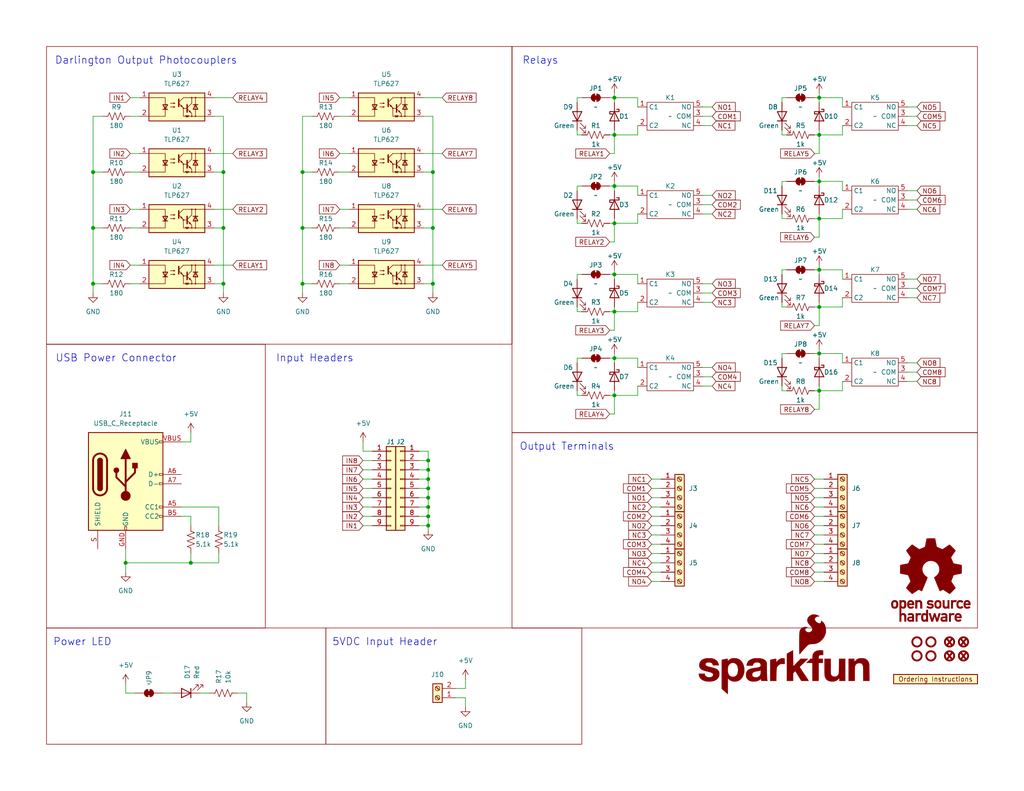
<source format=kicad_sch>
(kicad_sch (version 20230121) (generator eeschema)
  (paper "USLetter")
  (title_block (title "8 Relay Control Board") (date "2023-07-28") (rev "x10") (comment 1 "Designed by: Nick P"))
  (junction (at 167.64 50.8))
  (junction (at 116.84 143.51))
  (junction (at 167.64 97.79))
  (junction (at 118.11 77.47))
  (junction (at 116.84 125.73))
  (junction (at 223.52 36.83))
  (junction (at 116.84 128.27))
  (junction (at 223.52 106.68))
  (junction (at 116.84 140.97))
  (junction (at 82.55 77.47))
  (junction (at 34.29 153.67))
  (junction (at 223.52 26.67))
  (junction (at 167.64 107.95))
  (junction (at 223.52 83.82))
  (junction (at 167.64 26.67))
  (junction (at 167.64 85.09))
  (junction (at 116.84 133.35))
  (junction (at 118.11 46.99))
  (junction (at 82.55 46.99))
  (junction (at 116.84 138.43))
  (junction (at 25.4 46.99))
  (junction (at 118.11 62.23))
  (junction (at 25.4 62.23))
  (junction (at 60.96 77.47))
  (junction (at 223.52 49.53))
  (junction (at 60.96 62.23))
  (junction (at 223.52 96.52))
  (junction (at 116.84 130.81))
  (junction (at 116.84 135.89))
  (junction (at 25.4 77.47))
  (junction (at 167.64 74.93))
  (junction (at 82.55 62.23))
  (junction (at 167.64 60.96))
  (junction (at 52.07 153.67))
  (junction (at 223.52 73.66))
  (junction (at 223.52 59.69))
  (junction (at 60.96 46.99))
  (junction (at 167.64 36.83))
  (wire (pts (xy 229.87 34.29) (xy 229.87 36.83)))
  (wire (pts (xy 60.96 46.99) (xy 60.96 62.23)))
  (wire (pts (xy 223.52 36.83) (xy 223.52 41.91)))
  (wire (pts (xy 82.55 62.23) (xy 82.55 77.47)))
  (wire (pts (xy 118.11 62.23) (xy 118.11 77.47)))
  (wire (pts (xy 177.8 135.89) (xy 180.34 135.89)))
  (wire (pts (xy 92.71 57.15) (xy 95.25 57.15)))
  (wire (pts (xy 157.48 59.69) (xy 157.48 60.96)))
  (wire (pts (xy 167.64 26.67) (xy 173.99 26.67)))
  (wire (pts (xy 177.8 146.05) (xy 180.34 146.05)))
  (wire (pts (xy 173.99 82.55) (xy 173.99 85.09)))
  (wire (pts (xy 247.65 34.29) (xy 250.19 34.29)))
  (wire (pts (xy 115.57 31.75) (xy 118.11 31.75)))
  (wire (pts (xy 35.56 57.15) (xy 38.1 57.15)))
  (wire (pts (xy 223.52 36.83) (xy 229.87 36.83)))
  (wire (pts (xy 49.53 120.65) (xy 52.07 120.65)))
  (wire (pts (xy 64.77 189.23) (xy 67.31 189.23)))
  (wire (pts (xy 99.06 130.81) (xy 101.6 130.81)))
  (wire (pts (xy 167.64 36.83) (xy 173.99 36.83)))
  (wire (pts (xy 92.71 62.23) (xy 95.25 62.23)))
  (wire (pts (xy 167.64 85.09) (xy 173.99 85.09)))
  (wire (pts (xy 223.52 106.68) (xy 229.87 106.68)))
  (wire (pts (xy 222.25 135.89) (xy 224.79 135.89)))
  (wire (pts (xy 222.25 140.97) (xy 224.79 140.97)))
  (wire (pts (xy 124.46 187.96) (xy 127 187.96)))
  (wire (pts (xy 35.56 62.23) (xy 38.1 62.23)))
  (wire (pts (xy 118.11 31.75) (xy 118.11 46.99)))
  (wire (pts (xy 114.3 143.51) (xy 116.84 143.51)))
  (wire (pts (xy 167.64 107.95) (xy 167.64 113.03)))
  (wire (pts (xy 213.36 82.55) (xy 213.36 83.82)))
  (wire (pts (xy 166.37 97.79) (xy 167.64 97.79)))
  (wire (pts (xy 60.96 77.47) (xy 60.96 80.01)))
  (wire (pts (xy 223.52 96.52) (xy 223.52 97.79)))
  (wire (pts (xy 223.52 95.25) (xy 223.52 96.52)))
  (wire (pts (xy 115.57 41.91) (xy 120.65 41.91)))
  (wire (pts (xy 229.87 57.15) (xy 229.87 59.69)))
  (wire (pts (xy 166.37 36.83) (xy 167.64 36.83)))
  (wire (pts (xy 25.4 77.47) (xy 25.4 80.01)))
  (wire (pts (xy 99.06 143.51) (xy 101.6 143.51)))
  (wire (pts (xy 166.37 85.09) (xy 167.64 85.09)))
  (wire (pts (xy 247.65 99.06) (xy 250.19 99.06)))
  (wire (pts (xy 167.64 26.67) (xy 167.64 27.94)))
  (wire (pts (xy 49.53 138.43) (xy 59.69 138.43)))
  (wire (pts (xy 157.48 97.79) (xy 158.75 97.79)))
  (wire (pts (xy 167.64 36.83) (xy 167.64 41.91)))
  (wire (pts (xy 157.48 74.93) (xy 158.75 74.93)))
  (wire (pts (xy 247.65 101.6) (xy 250.19 101.6)))
  (wire (pts (xy 166.37 107.95) (xy 167.64 107.95)))
  (wire (pts (xy 177.8 158.75) (xy 180.34 158.75)))
  (wire (pts (xy 27.94 46.99) (xy 25.4 46.99)))
  (wire (pts (xy 167.64 50.8) (xy 173.99 50.8)))
  (wire (pts (xy 114.3 123.19) (xy 116.84 123.19)))
  (wire (pts (xy 213.36 50.8) (xy 213.36 49.53)))
  (wire (pts (xy 213.36 35.56) (xy 213.36 36.83)))
  (wire (pts (xy 247.65 52.07) (xy 250.19 52.07)))
  (wire (pts (xy 191.77 102.87) (xy 194.31 102.87)))
  (wire (pts (xy 213.36 83.82) (xy 214.63 83.82)))
  (wire (pts (xy 222.25 26.67) (xy 223.52 26.67)))
  (wire (pts (xy 222.25 158.75) (xy 224.79 158.75)))
  (wire (pts (xy 222.25 36.83) (xy 223.52 36.83)))
  (wire (pts (xy 25.4 62.23) (xy 25.4 77.47)))
  (wire (pts (xy 223.52 73.66) (xy 223.52 74.93)))
  (wire (pts (xy 114.3 140.97) (xy 116.84 140.97)))
  (wire (pts (xy 223.52 49.53) (xy 229.87 49.53)))
  (wire (pts (xy 118.11 77.47) (xy 118.11 80.01)))
  (wire (pts (xy 34.29 189.23) (xy 36.83 189.23)))
  (wire (pts (xy 157.48 50.8) (xy 158.75 50.8)))
  (wire (pts (xy 92.71 31.75) (xy 95.25 31.75)))
  (wire (pts (xy 127 190.5) (xy 127 193.04)))
  (wire (pts (xy 58.42 57.15) (xy 63.5 57.15)))
  (wire (pts (xy 166.37 60.96) (xy 167.64 60.96)))
  (wire (pts (xy 213.36 36.83) (xy 214.63 36.83)))
  (wire (pts (xy 27.94 77.47) (xy 25.4 77.47)))
  (wire (pts (xy 177.8 138.43) (xy 180.34 138.43)))
  (wire (pts (xy 58.42 46.99) (xy 60.96 46.99)))
  (wire (pts (xy 173.99 97.79) (xy 173.99 100.33)))
  (wire (pts (xy 58.42 72.39) (xy 63.5 72.39)))
  (wire (pts (xy 60.96 31.75) (xy 60.96 46.99)))
  (wire (pts (xy 157.48 26.67) (xy 158.75 26.67)))
  (wire (pts (xy 99.06 138.43) (xy 101.6 138.43)))
  (wire (pts (xy 167.64 74.93) (xy 173.99 74.93)))
  (wire (pts (xy 213.36 26.67) (xy 214.63 26.67)))
  (wire (pts (xy 173.99 74.93) (xy 173.99 77.47)))
  (wire (pts (xy 92.71 41.91) (xy 95.25 41.91)))
  (wire (pts (xy 58.42 41.91) (xy 63.5 41.91)))
  (wire (pts (xy 167.64 97.79) (xy 173.99 97.79)))
  (wire (pts (xy 167.64 96.52) (xy 167.64 97.79)))
  (wire (pts (xy 58.42 31.75) (xy 60.96 31.75)))
  (wire (pts (xy 177.8 148.59) (xy 180.34 148.59)))
  (wire (pts (xy 223.52 25.4) (xy 223.52 26.67)))
  (wire (pts (xy 223.52 48.26) (xy 223.52 49.53)))
  (wire (pts (xy 173.99 50.8) (xy 173.99 53.34)))
  (wire (pts (xy 99.06 133.35) (xy 101.6 133.35)))
  (wire (pts (xy 167.64 73.66) (xy 167.64 74.93)))
  (wire (pts (xy 114.3 128.27) (xy 116.84 128.27)))
  (wire (pts (xy 222.25 138.43) (xy 224.79 138.43)))
  (wire (pts (xy 82.55 46.99) (xy 82.55 62.23)))
  (wire (pts (xy 25.4 31.75) (xy 25.4 46.99)))
  (wire (pts (xy 223.52 82.55) (xy 223.52 83.82)))
  (wire (pts (xy 223.52 58.42) (xy 223.52 59.69)))
  (wire (pts (xy 157.48 27.94) (xy 157.48 26.67)))
  (wire (pts (xy 157.48 99.06) (xy 157.48 97.79)))
  (wire (pts (xy 247.65 104.14) (xy 250.19 104.14)))
  (wire (pts (xy 116.84 138.43) (xy 116.84 140.97)))
  (wire (pts (xy 85.09 62.23) (xy 82.55 62.23)))
  (wire (pts (xy 85.09 46.99) (xy 82.55 46.99)))
  (wire (pts (xy 223.52 73.66) (xy 229.87 73.66)))
  (wire (pts (xy 115.57 46.99) (xy 118.11 46.99)))
  (wire (pts (xy 82.55 77.47) (xy 82.55 80.01)))
  (wire (pts (xy 222.25 133.35) (xy 224.79 133.35)))
  (wire (pts (xy 34.29 153.67) (xy 52.07 153.67)))
  (wire (pts (xy 115.57 62.23) (xy 118.11 62.23)))
  (wire (pts (xy 191.77 100.33) (xy 194.31 100.33)))
  (wire (pts (xy 35.56 26.67) (xy 38.1 26.67)))
  (wire (pts (xy 92.71 46.99) (xy 95.25 46.99)))
  (wire (pts (xy 222.25 143.51) (xy 224.79 143.51)))
  (wire (pts (xy 223.52 59.69) (xy 229.87 59.69)))
  (wire (pts (xy 173.99 58.42) (xy 173.99 60.96)))
  (wire (pts (xy 58.42 77.47) (xy 60.96 77.47)))
  (wire (pts (xy 222.25 130.81) (xy 224.79 130.81)))
  (wire (pts (xy 52.07 153.67) (xy 52.07 151.13)))
  (wire (pts (xy 167.64 97.79) (xy 167.64 99.06)))
  (wire (pts (xy 34.29 149.86) (xy 34.29 153.67)))
  (wire (pts (xy 54.61 189.23) (xy 57.15 189.23)))
  (wire (pts (xy 157.48 85.09) (xy 158.75 85.09)))
  (wire (pts (xy 92.71 72.39) (xy 95.25 72.39)))
  (wire (pts (xy 157.48 35.56) (xy 157.48 36.83)))
  (wire (pts (xy 213.36 74.93) (xy 213.36 73.66)))
  (wire (pts (xy 223.52 26.67) (xy 229.87 26.67)))
  (wire (pts (xy 59.69 151.13) (xy 59.69 153.67)))
  (wire (pts (xy 52.07 140.97) (xy 52.07 143.51)))
  (wire (pts (xy 229.87 96.52) (xy 229.87 99.06)))
  (wire (pts (xy 213.36 59.69) (xy 214.63 59.69)))
  (wire (pts (xy 114.3 133.35) (xy 116.84 133.35)))
  (wire (pts (xy 166.37 41.91) (xy 167.64 41.91)))
  (wire (pts (xy 35.56 41.91) (xy 38.1 41.91)))
  (wire (pts (xy 222.25 59.69) (xy 223.52 59.69)))
  (wire (pts (xy 167.64 25.4) (xy 167.64 26.67)))
  (wire (pts (xy 167.64 50.8) (xy 167.64 52.07)))
  (wire (pts (xy 223.52 49.53) (xy 223.52 50.8)))
  (wire (pts (xy 157.48 107.95) (xy 158.75 107.95)))
  (wire (pts (xy 177.8 130.81) (xy 180.34 130.81)))
  (wire (pts (xy 49.53 140.97) (xy 52.07 140.97)))
  (wire (pts (xy 60.96 62.23) (xy 60.96 77.47)))
  (wire (pts (xy 229.87 49.53) (xy 229.87 52.07)))
  (wire (pts (xy 223.52 59.69) (xy 223.52 64.77)))
  (wire (pts (xy 173.99 105.41) (xy 173.99 107.95)))
  (wire (pts (xy 99.06 123.19) (xy 101.6 123.19)))
  (wire (pts (xy 222.25 64.77) (xy 223.52 64.77)))
  (wire (pts (xy 157.48 60.96) (xy 158.75 60.96)))
  (wire (pts (xy 67.31 189.23) (xy 67.31 191.77)))
  (wire (pts (xy 27.94 31.75) (xy 25.4 31.75)))
  (wire (pts (xy 58.42 26.67) (xy 63.5 26.67)))
  (wire (pts (xy 213.36 97.79) (xy 213.36 96.52)))
  (wire (pts (xy 114.3 130.81) (xy 116.84 130.81)))
  (wire (pts (xy 213.36 58.42) (xy 213.36 59.69)))
  (wire (pts (xy 222.25 83.82) (xy 223.52 83.82)))
  (wire (pts (xy 167.64 60.96) (xy 167.64 66.04)))
  (wire (pts (xy 35.56 31.75) (xy 38.1 31.75)))
  (wire (pts (xy 213.36 105.41) (xy 213.36 106.68)))
  (wire (pts (xy 166.37 50.8) (xy 167.64 50.8)))
  (wire (pts (xy 229.87 81.28) (xy 229.87 83.82)))
  (wire (pts (xy 116.84 128.27) (xy 116.84 130.81)))
  (wire (pts (xy 191.77 31.75) (xy 194.31 31.75)))
  (wire (pts (xy 247.65 29.21) (xy 250.19 29.21)))
  (wire (pts (xy 223.52 35.56) (xy 223.52 36.83)))
  (wire (pts (xy 213.36 106.68) (xy 214.63 106.68)))
  (wire (pts (xy 115.57 72.39) (xy 120.65 72.39)))
  (wire (pts (xy 52.07 153.67) (xy 59.69 153.67)))
  (wire (pts (xy 116.84 135.89) (xy 116.84 138.43)))
  (wire (pts (xy 92.71 77.47) (xy 95.25 77.47)))
  (wire (pts (xy 44.45 189.23) (xy 46.99 189.23)))
  (wire (pts (xy 27.94 62.23) (xy 25.4 62.23)))
  (wire (pts (xy 167.64 35.56) (xy 167.64 36.83)))
  (wire (pts (xy 191.77 55.88) (xy 194.31 55.88)))
  (wire (pts (xy 166.37 74.93) (xy 167.64 74.93)))
  (wire (pts (xy 247.65 81.28) (xy 250.19 81.28)))
  (wire (pts (xy 166.37 26.67) (xy 167.64 26.67)))
  (wire (pts (xy 157.48 52.07) (xy 157.48 50.8)))
  (wire (pts (xy 25.4 46.99) (xy 25.4 62.23)))
  (wire (pts (xy 114.3 125.73) (xy 116.84 125.73)))
  (wire (pts (xy 99.06 128.27) (xy 101.6 128.27)))
  (wire (pts (xy 229.87 104.14) (xy 229.87 106.68)))
  (wire (pts (xy 116.84 130.81) (xy 116.84 133.35)))
  (wire (pts (xy 157.48 36.83) (xy 158.75 36.83)))
  (wire (pts (xy 167.64 85.09) (xy 167.64 90.17)))
  (wire (pts (xy 177.8 151.13) (xy 180.34 151.13)))
  (wire (pts (xy 166.37 113.03) (xy 167.64 113.03)))
  (wire (pts (xy 222.25 88.9) (xy 223.52 88.9)))
  (wire (pts (xy 167.64 74.93) (xy 167.64 76.2)))
  (wire (pts (xy 116.84 123.19) (xy 116.84 125.73)))
  (wire (pts (xy 114.3 138.43) (xy 116.84 138.43)))
  (wire (pts (xy 99.06 135.89) (xy 101.6 135.89)))
  (wire (pts (xy 35.56 77.47) (xy 38.1 77.47)))
  (wire (pts (xy 191.77 34.29) (xy 194.31 34.29)))
  (wire (pts (xy 247.65 54.61) (xy 250.19 54.61)))
  (wire (pts (xy 99.06 125.73) (xy 101.6 125.73)))
  (wire (pts (xy 223.52 105.41) (xy 223.52 106.68)))
  (wire (pts (xy 222.25 96.52) (xy 223.52 96.52)))
  (wire (pts (xy 223.52 72.39) (xy 223.52 73.66)))
  (wire (pts (xy 191.77 53.34) (xy 194.31 53.34)))
  (wire (pts (xy 247.65 76.2) (xy 250.19 76.2)))
  (wire (pts (xy 85.09 77.47) (xy 82.55 77.47)))
  (wire (pts (xy 167.64 83.82) (xy 167.64 85.09)))
  (wire (pts (xy 85.09 31.75) (xy 82.55 31.75)))
  (wire (pts (xy 167.64 106.68) (xy 167.64 107.95)))
  (wire (pts (xy 118.11 46.99) (xy 118.11 62.23)))
  (wire (pts (xy 167.64 60.96) (xy 173.99 60.96)))
  (wire (pts (xy 52.07 120.65) (xy 52.07 118.11)))
  (wire (pts (xy 247.65 57.15) (xy 250.19 57.15)))
  (wire (pts (xy 222.25 146.05) (xy 224.79 146.05)))
  (wire (pts (xy 157.48 83.82) (xy 157.48 85.09)))
  (wire (pts (xy 223.52 83.82) (xy 223.52 88.9)))
  (wire (pts (xy 223.52 26.67) (xy 223.52 27.94)))
  (wire (pts (xy 222.25 73.66) (xy 223.52 73.66)))
  (wire (pts (xy 213.36 27.94) (xy 213.36 26.67)))
  (wire (pts (xy 247.65 31.75) (xy 250.19 31.75)))
  (wire (pts (xy 191.77 105.41) (xy 194.31 105.41)))
  (wire (pts (xy 222.25 156.21) (xy 224.79 156.21)))
  (wire (pts (xy 59.69 138.43) (xy 59.69 143.51)))
  (wire (pts (xy 99.06 120.65) (xy 99.06 123.19)))
  (wire (pts (xy 166.37 66.04) (xy 167.64 66.04)))
  (wire (pts (xy 92.71 26.67) (xy 95.25 26.67)))
  (wire (pts (xy 58.42 62.23) (xy 60.96 62.23)))
  (wire (pts (xy 34.29 186.69) (xy 34.29 189.23)))
  (wire (pts (xy 191.77 58.42) (xy 194.31 58.42)))
  (wire (pts (xy 116.84 125.73) (xy 116.84 128.27)))
  (wire (pts (xy 177.8 156.21) (xy 180.34 156.21)))
  (wire (pts (xy 191.77 29.21) (xy 194.31 29.21)))
  (wire (pts (xy 157.48 76.2) (xy 157.48 74.93)))
  (wire (pts (xy 213.36 49.53) (xy 214.63 49.53)))
  (wire (pts (xy 213.36 73.66) (xy 214.63 73.66)))
  (wire (pts (xy 124.46 190.5) (xy 127 190.5)))
  (wire (pts (xy 173.99 26.67) (xy 173.99 29.21)))
  (wire (pts (xy 157.48 106.68) (xy 157.48 107.95)))
  (wire (pts (xy 116.84 140.97) (xy 116.84 143.51)))
  (wire (pts (xy 114.3 135.89) (xy 116.84 135.89)))
  (wire (pts (xy 167.64 59.69) (xy 167.64 60.96)))
  (wire (pts (xy 177.8 140.97) (xy 180.34 140.97)))
  (wire (pts (xy 222.25 148.59) (xy 224.79 148.59)))
  (wire (pts (xy 191.77 80.01) (xy 194.31 80.01)))
  (wire (pts (xy 173.99 34.29) (xy 173.99 36.83)))
  (wire (pts (xy 213.36 96.52) (xy 214.63 96.52)))
  (wire (pts (xy 35.56 72.39) (xy 38.1 72.39)))
  (wire (pts (xy 35.56 46.99) (xy 38.1 46.99)))
  (wire (pts (xy 177.8 143.51) (xy 180.34 143.51)))
  (wire (pts (xy 229.87 26.67) (xy 229.87 29.21)))
  (wire (pts (xy 222.25 111.76) (xy 223.52 111.76)))
  (wire (pts (xy 247.65 78.74) (xy 250.19 78.74)))
  (wire (pts (xy 191.77 77.47) (xy 194.31 77.47)))
  (wire (pts (xy 223.52 96.52) (xy 229.87 96.52)))
  (wire (pts (xy 222.25 106.68) (xy 223.52 106.68)))
  (wire (pts (xy 191.77 82.55) (xy 194.31 82.55)))
  (wire (pts (xy 34.29 153.67) (xy 34.29 156.21)))
  (wire (pts (xy 116.84 133.35) (xy 116.84 135.89)))
  (wire (pts (xy 222.25 151.13) (xy 224.79 151.13)))
  (wire (pts (xy 177.8 133.35) (xy 180.34 133.35)))
  (wire (pts (xy 82.55 31.75) (xy 82.55 46.99)))
  (wire (pts (xy 223.52 106.68) (xy 223.52 111.76)))
  (wire (pts (xy 177.8 153.67) (xy 180.34 153.67)))
  (wire (pts (xy 222.25 41.91) (xy 223.52 41.91)))
  (wire (pts (xy 229.87 73.66) (xy 229.87 76.2)))
  (wire (pts (xy 115.57 26.67) (xy 120.65 26.67)))
  (wire (pts (xy 167.64 107.95) (xy 173.99 107.95)))
  (wire (pts (xy 222.25 153.67) (xy 224.79 153.67)))
  (wire (pts (xy 99.06 140.97) (xy 101.6 140.97)))
  (wire (pts (xy 116.84 143.51) (xy 116.84 144.78)))
  (wire (pts (xy 115.57 57.15) (xy 120.65 57.15)))
  (wire (pts (xy 166.37 90.17) (xy 167.64 90.17)))
  (wire (pts (xy 222.25 49.53) (xy 223.52 49.53)))
  (wire (pts (xy 167.64 49.53) (xy 167.64 50.8)))
  (wire (pts (xy 127 187.96) (xy 127 185.42)))
  (wire (pts (xy 223.52 83.82) (xy 229.87 83.82)))
  (wire (pts (xy 115.57 77.47) (xy 118.11 77.47)))
  (rectangle (start 12.7 93.98) (end 72.39 171.45) (stroke (width 0) (color 132 0 0 1)))
  (rectangle (start 139.7 118.11) (end 266.7 171.45) (stroke (width 0) (color 132 0 0 1)))
  (rectangle (start 139.7 12.7) (end 266.7 118.11) (stroke (width 0) (color 132 0 0 1)))
  (rectangle (start 88.9 171.45) (end 158.75 203.2) (stroke (width 0) (color 132 0 0 1)))
  (rectangle (start 12.7 171.45) (end 88.9 203.2) (stroke (width 0) (color 132 0 0 1)))
  (rectangle (start 12.7 12.7) (end 139.7 93.98) (stroke (width 0) (color 132 0 0 1)))
  (text "Relays\n" (at 152.4 17.78 0) (effects (font (size 2 2)) (justify right bottom)))
  (text "USB Power Connector" (at 48.26 99.06 0) (effects (font (size 2 2)) (justify right bottom)))
  (text "Output Terminals\n" (at 167.64 123.19 0) (effects (font (size 2 2)) (justify right bottom)))
  (text "Input Headers" (at 96.52 99.06 0) (effects (font (size 2 2)) (justify right bottom)))
  (text "5VDC Input Header\n" (at 119.38 176.53 0) (effects (font (size 2 2)) (justify right bottom)))
  (text "Power LED" (at 30.48 176.53 0) (effects (font (size 2 2)) (justify right bottom)))
  (text "Darlington Output Photocouplers" (at 64.77 17.78 0) (effects (font (size 2 2)) (justify right bottom)))
  (global_label "IN3" (shape input) (at 35.56 57.15 180) (property "Intersheetrefs" "${INTERSHEET_REFS}" (effects hide)))
  (global_label "RELAY2" (shape input) (at 166.37 66.04 180) (property "Intersheetrefs" "${INTERSHEET_REFS}" (effects hide)))
  (global_label "IN6" (shape input) (at 99.06 130.81 180) (property "Intersheetrefs" "${INTERSHEET_REFS}" (effects hide)))
  (global_label "NO7" (shape input) (at 250.19 76.2 0) (property "Intersheetrefs" "${INTERSHEET_REFS}" (effects hide)))
  (global_label "RELAY7" (shape input) (at 222.25 88.9 180) (property "Intersheetrefs" "${INTERSHEET_REFS}" (effects hide)))
  (global_label "NC8" (shape input) (at 250.19 104.14 0) (property "Intersheetrefs" "${INTERSHEET_REFS}" (effects hide)))
  (global_label "IN3" (shape input) (at 99.06 138.43 180) (property "Intersheetrefs" "${INTERSHEET_REFS}" (effects hide)))
  (global_label "NO6" (shape input) (at 250.19 52.07 0) (property "Intersheetrefs" "${INTERSHEET_REFS}" (effects hide)))
  (global_label "RELAY4" (shape input) (at 63.5 26.67 0) (property "Intersheetrefs" "${INTERSHEET_REFS}" (effects hide)))
  (global_label "NC3" (shape input) (at 194.31 82.55 0) (property "Intersheetrefs" "${INTERSHEET_REFS}" (effects hide)))
  (global_label "IN5" (shape input) (at 92.71 26.67 180) (property "Intersheetrefs" "${INTERSHEET_REFS}" (effects hide)))
  (global_label "RELAY2" (shape input) (at 63.5 57.15 0) (property "Intersheetrefs" "${INTERSHEET_REFS}" (effects hide)))
  (global_label "COM2" (shape input) (at 177.8 140.97 180) (property "Intersheetrefs" "${INTERSHEET_REFS}" (effects hide)))
  (global_label "IN4" (shape input) (at 99.06 135.89 180) (property "Intersheetrefs" "${INTERSHEET_REFS}" (effects hide)))
  (global_label "RELAY3" (shape input) (at 63.5 41.91 0) (property "Intersheetrefs" "${INTERSHEET_REFS}" (effects hide)))
  (global_label "NC2" (shape input) (at 194.31 58.42 0) (property "Intersheetrefs" "${INTERSHEET_REFS}" (effects hide)))
  (global_label "IN7" (shape input) (at 92.71 57.15 180) (property "Intersheetrefs" "${INTERSHEET_REFS}" (effects hide)))
  (global_label "NC6" (shape input) (at 222.25 138.43 180) (property "Intersheetrefs" "${INTERSHEET_REFS}" (effects hide)))
  (global_label "NO6" (shape input) (at 222.25 143.51 180) (property "Intersheetrefs" "${INTERSHEET_REFS}" (effects hide)))
  (global_label "IN2" (shape input) (at 99.06 140.97 180) (property "Intersheetrefs" "${INTERSHEET_REFS}" (effects hide)))
  (global_label "NC1" (shape input) (at 177.8 130.81 180) (property "Intersheetrefs" "${INTERSHEET_REFS}" (effects hide)))
  (global_label "IN8" (shape input) (at 99.06 125.73 180) (property "Intersheetrefs" "${INTERSHEET_REFS}" (effects hide)))
  (global_label "IN4" (shape input) (at 35.56 72.39 180) (property "Intersheetrefs" "${INTERSHEET_REFS}" (effects hide)))
  (global_label "COM7" (shape input) (at 250.19 78.74 0) (property "Intersheetrefs" "${INTERSHEET_REFS}" (effects hide)))
  (global_label "NO5" (shape input) (at 250.19 29.21 0) (property "Intersheetrefs" "${INTERSHEET_REFS}" (effects hide)))
  (global_label "NC5" (shape input) (at 222.25 130.81 180) (property "Intersheetrefs" "${INTERSHEET_REFS}" (effects hide)))
  (global_label "RELAY5" (shape input) (at 120.65 72.39 0) (property "Intersheetrefs" "${INTERSHEET_REFS}" (effects hide)))
  (global_label "COM2" (shape input) (at 194.31 55.88 0) (property "Intersheetrefs" "${INTERSHEET_REFS}" (effects hide)))
  (global_label "RELAY7" (shape input) (at 120.65 41.91 0) (property "Intersheetrefs" "${INTERSHEET_REFS}" (effects hide)))
  (global_label "COM3" (shape input) (at 194.31 80.01 0) (property "Intersheetrefs" "${INTERSHEET_REFS}" (effects hide)))
  (global_label "RELAY5" (shape input) (at 222.25 41.91 180) (property "Intersheetrefs" "${INTERSHEET_REFS}" (effects hide)))
  (global_label "COM6" (shape input) (at 250.19 54.61 0) (property "Intersheetrefs" "${INTERSHEET_REFS}" (effects hide)))
  (global_label "NC6" (shape input) (at 250.19 57.15 0) (property "Intersheetrefs" "${INTERSHEET_REFS}" (effects hide)))
  (global_label "IN2" (shape input) (at 35.56 41.91 180) (property "Intersheetrefs" "${INTERSHEET_REFS}" (effects hide)))
  (global_label "COM4" (shape input) (at 177.8 156.21 180) (property "Intersheetrefs" "${INTERSHEET_REFS}" (effects hide)))
  (global_label "RELAY3" (shape input) (at 166.37 90.17 180) (property "Intersheetrefs" "${INTERSHEET_REFS}" (effects hide)))
  (global_label "NO5" (shape input) (at 222.25 135.89 180) (property "Intersheetrefs" "${INTERSHEET_REFS}" (effects hide)))
  (global_label "COM6" (shape input) (at 222.25 140.97 180) (property "Intersheetrefs" "${INTERSHEET_REFS}" (effects hide)))
  (global_label "NC8" (shape input) (at 222.25 153.67 180) (property "Intersheetrefs" "${INTERSHEET_REFS}" (effects hide)))
  (global_label "COM8" (shape input) (at 250.19 101.6 0) (property "Intersheetrefs" "${INTERSHEET_REFS}" (effects hide)))
  (global_label "NO8" (shape input) (at 222.25 158.75 180) (property "Intersheetrefs" "${INTERSHEET_REFS}" (effects hide)))
  (global_label "RELAY8" (shape input) (at 222.25 111.76 180) (property "Intersheetrefs" "${INTERSHEET_REFS}" (effects hide)))
  (global_label "RELAY6" (shape input) (at 120.65 57.15 0) (property "Intersheetrefs" "${INTERSHEET_REFS}" (effects hide)))
  (global_label "RELAY1" (shape input) (at 166.37 41.91 180) (property "Intersheetrefs" "${INTERSHEET_REFS}" (effects hide)))
  (global_label "NC7" (shape input) (at 250.19 81.28 0) (property "Intersheetrefs" "${INTERSHEET_REFS}" (effects hide)))
  (global_label "COM1" (shape input) (at 177.8 133.35 180) (property "Intersheetrefs" "${INTERSHEET_REFS}" (effects hide)))
  (global_label "NO1" (shape input) (at 194.31 29.21 0) (property "Intersheetrefs" "${INTERSHEET_REFS}" (effects hide)))
  (global_label "COM1" (shape input) (at 194.31 31.75 0) (property "Intersheetrefs" "${INTERSHEET_REFS}" (effects hide)))
  (global_label "COM5" (shape input) (at 250.19 31.75 0) (property "Intersheetrefs" "${INTERSHEET_REFS}" (effects hide)))
  (global_label "NC7" (shape input) (at 222.25 146.05 180) (property "Intersheetrefs" "${INTERSHEET_REFS}" (effects hide)))
  (global_label "NO1" (shape input) (at 177.8 135.89 180) (property "Intersheetrefs" "${INTERSHEET_REFS}" (effects hide)))
  (global_label "NO8" (shape input) (at 250.19 99.06 0) (property "Intersheetrefs" "${INTERSHEET_REFS}" (effects hide)))
  (global_label "NC4" (shape input) (at 194.31 105.41 0) (property "Intersheetrefs" "${INTERSHEET_REFS}" (effects hide)))
  (global_label "NO3" (shape input) (at 177.8 151.13 180) (property "Intersheetrefs" "${INTERSHEET_REFS}" (effects hide)))
  (global_label "RELAY6" (shape input) (at 222.25 64.77 180) (property "Intersheetrefs" "${INTERSHEET_REFS}" (effects hide)))
  (global_label "COM3" (shape input) (at 177.8 148.59 180) (property "Intersheetrefs" "${INTERSHEET_REFS}" (effects hide)))
  (global_label "NO3" (shape input) (at 194.31 77.47 0) (property "Intersheetrefs" "${INTERSHEET_REFS}" (effects hide)))
  (global_label "COM4" (shape input) (at 194.31 102.87 0) (property "Intersheetrefs" "${INTERSHEET_REFS}" (effects hide)))
  (global_label "NC4" (shape input) (at 177.8 153.67 180) (property "Intersheetrefs" "${INTERSHEET_REFS}" (effects hide)))
  (global_label "NC5" (shape input) (at 250.19 34.29 0) (property "Intersheetrefs" "${INTERSHEET_REFS}" (effects hide)))
  (global_label "IN1" (shape input) (at 35.56 26.67 180) (property "Intersheetrefs" "${INTERSHEET_REFS}" (effects hide)))
  (global_label "NO2" (shape input) (at 194.31 53.34 0) (property "Intersheetrefs" "${INTERSHEET_REFS}" (effects hide)))
  (global_label "IN5" (shape input) (at 99.06 133.35 180) (property "Intersheetrefs" "${INTERSHEET_REFS}" (effects hide)))
  (global_label "IN7" (shape input) (at 99.06 128.27 180) (property "Intersheetrefs" "${INTERSHEET_REFS}" (effects hide)))
  (global_label "IN6" (shape input) (at 92.71 41.91 180) (property "Intersheetrefs" "${INTERSHEET_REFS}" (effects hide)))
  (global_label "COM8" (shape input) (at 222.25 156.21 180) (property "Intersheetrefs" "${INTERSHEET_REFS}" (effects hide)))
  (global_label "NC1" (shape input) (at 194.31 34.29 0) (property "Intersheetrefs" "${INTERSHEET_REFS}" (effects hide)))
  (global_label "NO7" (shape input) (at 222.25 151.13 180) (property "Intersheetrefs" "${INTERSHEET_REFS}" (effects hide)))
  (global_label "COM7" (shape input) (at 222.25 148.59 180) (property "Intersheetrefs" "${INTERSHEET_REFS}" (effects hide)))
  (global_label "NC3" (shape input) (at 177.8 146.05 180) (property "Intersheetrefs" "${INTERSHEET_REFS}" (effects hide)))
  (global_label "COM5" (shape input) (at 222.25 133.35 180) (property "Intersheetrefs" "${INTERSHEET_REFS}" (effects hide)))
  (global_label "NO2" (shape input) (at 177.8 143.51 180) (property "Intersheetrefs" "${INTERSHEET_REFS}" (effects hide)))
  (global_label "NO4" (shape input) (at 177.8 158.75 180) (property "Intersheetrefs" "${INTERSHEET_REFS}" (effects hide)))
  (global_label "IN1" (shape input) (at 99.06 143.51 180) (property "Intersheetrefs" "${INTERSHEET_REFS}" (effects hide)))
  (global_label "NO4" (shape input) (at 194.31 100.33 0) (property "Intersheetrefs" "${INTERSHEET_REFS}" (effects hide)))
  (global_label "IN8" (shape input) (at 92.71 72.39 180) (property "Intersheetrefs" "${INTERSHEET_REFS}" (effects hide)))
  (global_label "RELAY1" (shape input) (at 63.5 72.39 0) (property "Intersheetrefs" "${INTERSHEET_REFS}" (effects hide)))
  (global_label "RELAY4" (shape input) (at 166.37 113.03 180) (property "Intersheetrefs" "${INTERSHEET_REFS}" (effects hide)))
  (global_label "RELAY8" (shape input) (at 120.65 26.67 0) (property "Intersheetrefs" "${INTERSHEET_REFS}" (effects hide)))
  (global_label "NC2" (shape input) (at 177.8 138.43 180) (property "Intersheetrefs" "${INTERSHEET_REFS}" (effects hide)))
  (symbol (lib_id "SparkFun-Hardware:Stand_off") (at 250.19 179.07 0) (unit 1)
    (property "Reference" "ST4" (effects hide))
    (property "Value" "Stand_off" (effects hide))
    (property "Footprint" "SparkFun-Hardware:STAND-OFF" (effects hide))
  )
  (symbol (lib_id "SparkFun-Aesthetic:Ordering_Instructions") (at 254 185.42 0) (unit 1)
    (property "Reference" "U7" (effects hide))
    (property "Footprint" "SparkFun-Aesthetic:ORDERING_INSTRUCTIONS" (effects hide))
  )
  (symbol (lib_id "SparkFun-LED:LED_Green_0603") (at 213.36 101.6 90) (unit 1)
    (property "Reference" "D15" (at 208.28 99.06 90) (effects (justify right)))
    (property "Value" "Green" (at 207.01 104.14 90) (effects (justify right)))
    (property "Footprint" "SparkFun-LED:LED_0603_1608Metric" (effects hide))
    (property "Datasheet" "https://docs.broadcom.com/docs/AV02-0551EN" (effects hide))
    (property "PROD_ID" "DIO-00821" (effects hide))
  )
  (symbol (lib_id "SparkFun-PowerSymbol:+5V") (at 34.29 186.69 0) (unit 1)
    (property "Reference" "#PWR016" (effects hide))
    (property "Value" "+5V" (at 34.29 181.61 0))
  )
  (symbol (lib_id "SparkFun-Jumper:SolderJumper_2_Bridged_No_Silk") (at 162.56 74.93 0) (unit 1)
    (property "Reference" "JP3" (at 162.56 72.39 0))
    (property "Value" "~" (at 162.56 77.47 0))
    (property "Footprint" "SparkFun-Jumper:SMT-JUMPER_2_NC_TRACE_NO-SILK" (effects hide))
  )
  (symbol (lib_id "SparkFun-Resistor:1k_0603") (at 218.44 83.82 90) (unit 1)
    (property "Reference" "R7" (at 218.44 81.28 90))
    (property "Value" "1k" (at 218.44 86.36 90))
    (property "Footprint" "SparkFun-Resistor:R_0603_1608Metric" (effects hide))
    (property "Datasheet" "https://www.vishay.com/docs/20035/dcrcwe3.pdf" (effects hide))
    (property "PROD_ID" "RES-07856" (effects hide))
  )
  (symbol (lib_id "SparkFun-Jumper:SolderJumper_2_Bridged_No_Silk") (at 218.44 96.52 0) (unit 1)
    (property "Reference" "JP8" (at 218.44 93.98 0))
    (property "Value" "~" (at 218.44 99.06 0))
    (property "Footprint" "SparkFun-Jumper:SMT-JUMPER_2_NC_TRACE_NO-SILK" (effects hide))
  )
  (symbol (lib_id "SparkFun-IC-Special-Function:TLP627(SMT)") (at 105.41 44.45 0) (unit 1)
    (property "Reference" "U6" (at 105.41 35.56 0))
    (property "Value" "TLP627" (at 105.41 38.1 0))
    (property "Footprint" "SparkFun-Semiconductor-Standard:SMDIP4" (effects hide))
    (property "Datasheet" "https://www.mouser.com/datasheet/2/408/TLP627_4_datasheet_en_20190520-2508806.pdf" (effects hide))
  )
  (symbol (lib_id "SparkFun-PowerSymbol:+5V") (at 167.64 25.4 0) (unit 1)
    (property "Reference" "#PWR09" (effects hide))
    (property "Value" "+5V" (at 167.64 21.59 0))
  )
  (symbol (lib_id "SparkFun-Jumper:SolderJumper_2_Bridged_No_Silk") (at 40.64 189.23 180) (unit 1)
    (property "Reference" "JP9" (at 40.64 186.69 90) (effects (justify right)))
    (property "Value" "~" (at 40.64 186.69 0))
    (property "Footprint" "SparkFun-Jumper:SMT-JUMPER_2_NC_TRACE_NO-SILK" (effects hide))
  )
  (symbol (lib_id "SparkFun-PowerSymbol:GND") (at 34.29 156.21 0) (unit 1)
    (property "Reference" "#PWR017" (effects hide))
    (property "Value" "GND" (at 34.29 161.29 0))
  )
  (symbol (lib_id "SparkFun-Resistor:180_0603") (at 88.9 46.99 90) (unit 1)
    (property "Reference" "R14" (at 88.9 44.45 90))
    (property "Value" "180" (at 88.9 49.53 90))
    (property "Footprint" "SparkFun-Resistor:R_0603_1608Metric" (effects hide))
    (property "PROD_ID" "RES-08788" (effects hide))
  )
  (symbol (lib_id "SparkFun-Jumper:SolderJumper_2_Bridged_No_Silk") (at 218.44 73.66 0) (unit 1)
    (property "Reference" "JP7" (at 218.44 71.12 0))
    (property "Value" "~" (at 218.44 76.2 0))
    (property "Footprint" "SparkFun-Jumper:SMT-JUMPER_2_NC_TRACE_NO-SILK" (effects hide))
  )
  (symbol (lib_id "SparkFun-PowerSymbol:+5V") (at 99.06 120.65 0) (unit 1)
    (property "Reference" "#PWR01" (effects hide))
    (property "Value" "+5V" (at 99.06 115.57 0))
  )
  (symbol (lib_id "SparkFun-Electromechanical:RELAY-SPDT-JZC-11F") (at 238.76 78.74 0) (unit 1)
    (property "Reference" "K7" (at 238.76 73.66 0))
    (property "Value" "~" (at 238.76 78.74 0))
    (property "Footprint" "SparkFun-Electromechanical:RELAY-JZC-11F" (effects hide))
    (property "Datasheet" "https://cdn.sparkfun.com/assets/f/4/7/b/0/DS-00100-Relay_SPDT_Sealed.pdf?_gl=1*bsvalt*_ga*MTY0MjkxMDU3Ni4xNjcyNjA1ODM3*_ga_T369JS7J9N*MTY5NjU2MjQ2MC4yMi4xLjE2OTY1NjI1NDIuNTAuMC4w" (effects hide))
  )
  (symbol (lib_id "SparkFun-Electromechanical:RELAY-SPDT-JZC-11F") (at 182.88 80.01 0) (unit 1)
    (property "Reference" "K3" (at 182.88 74.93 0))
    (property "Value" "~" (at 182.88 80.01 0))
    (property "Footprint" "SparkFun-Electromechanical:RELAY-JZC-11F" (effects hide))
    (property "Datasheet" "https://cdn.sparkfun.com/assets/f/4/7/b/0/DS-00100-Relay_SPDT_Sealed.pdf?_gl=1*bsvalt*_ga*MTY0MjkxMDU3Ni4xNjcyNjA1ODM3*_ga_T369JS7J9N*MTY5NjU2MjQ2MC4yMi4xLjE2OTY1NjI1NDIuNTAuMC4w" (effects hide))
  )
  (symbol (lib_id "SparkFun-PowerSymbol:+5V") (at 223.52 72.39 0) (unit 1)
    (property "Reference" "#PWR08" (effects hide))
    (property "Value" "+5V" (at 223.52 68.58 0))
  )
  (symbol (lib_id "SparkFun-Aesthetic:SparkFun_Logo") (at 213.36 182.88 0) (unit 1) (on_board no)
    (property "Reference" "G5" (effects hide))
    (property "Value" "SparkFun_Logo" (effects hide))
    (property "Footprint" "SparkFun-Aesthetic:SparkFun_Logo_8mm" (effects hide))
  )
  (symbol (lib_id "SparkFun-PowerSymbol:GND") (at 67.31 191.77 0) (unit 1)
    (property "Reference" "#PWR015" (effects hide))
    (property "Value" "GND" (at 67.31 196.85 0))
  )
  (symbol (lib_id "SparkFun-Resistor:5.1k_0603") (at 59.69 147.32 0) (unit 1)
    (property "Reference" "R19" (at 60.96 146.05 0) (effects (justify left)))
    (property "Value" "5.1k" (at 60.96 148.59 0) (effects (justify left)))
    (property "Footprint" "SparkFun-Resistor:R_0603_1608Metric" (effects hide))
    (property "Datasheet" "https://www.vishay.com/docs/20035/dcrcwe3.pdf" (effects hide))
    (property "PROD_ID" "RES-12083" (effects hide))
  )
  (symbol (lib_id "SparkFun-Electromechanical:RELAY-SPDT-JZC-11F") (at 238.76 101.6 0) (unit 1)
    (property "Reference" "K8" (at 238.76 96.52 0))
    (property "Value" "~" (at 238.76 101.6 0))
    (property "Footprint" "SparkFun-Electromechanical:RELAY-JZC-11F" (effects hide))
    (property "Datasheet" "https://cdn.sparkfun.com/assets/f/4/7/b/0/DS-00100-Relay_SPDT_Sealed.pdf?_gl=1*bsvalt*_ga*MTY0MjkxMDU3Ni4xNjcyNjA1ODM3*_ga_T369JS7J9N*MTY5NjU2MjQ2MC4yMi4xLjE2OTY1NjI1NDIuNTAuMC4w" (effects hide))
  )
  (symbol (lib_id "SparkFun-IC-Special-Function:TLP627(SMT)") (at 48.26 29.21 0) (unit 1)
    (property "Reference" "U3" (at 48.26 20.32 0))
    (property "Value" "TLP627" (at 48.26 22.86 0))
    (property "Footprint" "SparkFun-Semiconductor-Standard:SMDIP4" (effects hide))
    (property "Datasheet" "https://www.mouser.com/datasheet/2/408/TLP627_4_datasheet_en_20190520-2508806.pdf" (effects hide))
  )
  (symbol (lib_id "SparkFun-Resistor:10k_0603") (at 60.96 189.23 90) (unit 1)
    (property "Reference" "R17" (at 59.69 186.69 0) (effects (justify left)))
    (property "Value" "10k" (at 62.23 186.69 0) (effects (justify left)))
    (property "Footprint" "SparkFun-Resistor:R_0603_1608Metric" (effects hide))
    (property "Datasheet" "https://www.vishay.com/docs/20035/dcrcwe3.pdf" (effects hide))
    (property "PROD_ID" "RES-00824" (effects hide))
  )
  (symbol (lib_id "SparkFun-Jumper:SolderJumper_2_Bridged_No_Silk") (at 218.44 26.67 0) (unit 1)
    (property "Reference" "JP5" (at 218.44 24.13 0))
    (property "Value" "~" (at 218.44 29.21 0))
    (property "Footprint" "SparkFun-Jumper:SMT-JUMPER_2_NC_TRACE_NO-SILK" (effects hide))
  )
  (symbol (lib_id "SparkFun-Resistor:180_0603") (at 31.75 46.99 90) (unit 1)
    (property "Reference" "R10" (at 31.75 44.45 90))
    (property "Value" "180" (at 31.75 49.53 90))
    (property "Footprint" "SparkFun-Resistor:R_0603_1608Metric" (effects hide))
    (property "PROD_ID" "RES-08788" (effects hide))
  )
  (symbol (lib_id "SparkFun-Resistor:180_0603") (at 31.75 62.23 90) (unit 1)
    (property "Reference" "R11" (at 31.75 59.69 90))
    (property "Value" "180" (at 31.75 64.77 90))
    (property "Footprint" "SparkFun-Resistor:R_0603_1608Metric" (effects hide))
    (property "PROD_ID" "RES-08788" (effects hide))
  )
  (symbol (lib_id "SparkFun-Connector:Screw_Terminal_3.5mm_2") (at 119.38 189.23 180) (unit 1)
    (property "Reference" "J10" (at 119.38 184.15 0))
    (property "Value" "Screw_Terminal_3.5mm_2" (effects hide))
    (property "Footprint" "SparkFun-Connector:SCREWTERMINAL-3.5MM-2" (effects hide))
  )
  (symbol (lib_id "SparkFun-PowerSymbol:+5V") (at 167.64 73.66 0) (unit 1)
    (property "Reference" "#PWR04" (effects hide))
    (property "Value" "+5V" (at 167.64 69.85 0))
  )
  (symbol (lib_id "SparkFun-Aesthetic:Fiducial_0.5") (at 262.89 175.26 0) (unit 1)
    (property "Reference" "FID1" (effects hide))
    (property "Value" "Fiducial_0.5" (effects hide))
    (property "Footprint" "SparkFun-Aesthetic:Fiducial_0.5mm_Mask1mm" (effects hide))
  )
  (symbol (lib_id "SparkFun-LED:LED_Green_0603") (at 213.36 31.75 90) (unit 1)
    (property "Reference" "D8" (at 209.55 29.21 90) (effects (justify right)))
    (property "Value" "Green" (at 207.01 34.29 90) (effects (justify right)))
    (property "Footprint" "SparkFun-LED:LED_0603_1608Metric" (effects hide))
    (property "Datasheet" "https://docs.broadcom.com/docs/AV02-0551EN" (effects hide))
    (property "PROD_ID" "DIO-00821" (effects hide))
  )
  (symbol (lib_id "SparkFun-Resistor:1k_0603") (at 162.56 36.83 90) (unit 1)
    (property "Reference" "R1" (at 162.56 34.29 90))
    (property "Value" "1k" (at 162.56 39.37 90))
    (property "Footprint" "SparkFun-Resistor:R_0603_1608Metric" (effects hide))
    (property "Datasheet" "https://www.vishay.com/docs/20035/dcrcwe3.pdf" (effects hide))
    (property "PROD_ID" "RES-07856" (effects hide))
  )
  (symbol (lib_id "SparkFun-Aesthetic:Fiducial_0.5") (at 262.89 179.07 0) (unit 1)
    (property "Reference" "FID4" (effects hide))
    (property "Value" "Fiducial_0.5" (effects hide))
    (property "Footprint" "SparkFun-Aesthetic:Fiducial_0.5mm_Mask1mm" (effects hide))
  )
  (symbol (lib_id "SparkFun-Connector:Screw_Terminal_3.5mm_4") (at 185.42 153.67 0) (unit 1)
    (property "Reference" "J5" (at 187.96 153.67 0) (effects (justify left)))
    (property "Value" "Screw_Terminal_3.5mm_4" (effects hide))
    (property "Footprint" "SparkFun-Connector:SCREWTERMINAL-3.5MM-4" (effects hide))
  )
  (symbol (lib_id "SparkFun-LED:LED_Green_0603") (at 157.48 102.87 90) (unit 1)
    (property "Reference" "D6" (at 153.67 100.33 90) (effects (justify right)))
    (property "Value" "Green" (at 151.13 105.41 90) (effects (justify right)))
    (property "Footprint" "SparkFun-LED:LED_0603_1608Metric" (effects hide))
    (property "Datasheet" "https://docs.broadcom.com/docs/AV02-0551EN" (effects hide))
    (property "PROD_ID" "DIO-00821" (effects hide))
  )
  (symbol (lib_id "SparkFun-PowerSymbol:+5V") (at 167.64 96.52 0) (unit 1)
    (property "Reference" "#PWR05" (effects hide))
    (property "Value" "+5V" (at 167.64 92.71 0))
  )
  (symbol (lib_id "SparkFun-Electromechanical:RELAY-SPDT-JZC-11F") (at 238.76 54.61 0) (unit 1)
    (property "Reference" "K6" (at 238.76 49.53 0))
    (property "Value" "~" (at 238.76 54.61 0))
    (property "Footprint" "SparkFun-Electromechanical:RELAY-JZC-11F" (effects hide))
    (property "Datasheet" "https://cdn.sparkfun.com/assets/f/4/7/b/0/DS-00100-Relay_SPDT_Sealed.pdf?_gl=1*bsvalt*_ga*MTY0MjkxMDU3Ni4xNjcyNjA1ODM3*_ga_T369JS7J9N*MTY5NjU2MjQ2MC4yMi4xLjE2OTY1NjI1NDIuNTAuMC4w" (effects hide))
  )
  (symbol (lib_id "SparkFun-Resistor:1k_0603") (at 218.44 59.69 90) (unit 1)
    (property "Reference" "R6" (at 218.44 57.15 90))
    (property "Value" "1k" (at 218.44 62.23 90))
    (property "Footprint" "SparkFun-Resistor:R_0603_1608Metric" (effects hide))
    (property "Datasheet" "https://www.vishay.com/docs/20035/dcrcwe3.pdf" (effects hide))
    (property "PROD_ID" "RES-07856" (effects hide))
  )
  (symbol (lib_id "SparkFun-Connector:Conn_01x09") (at 106.68 133.35 0) (unit 1)
    (property "Reference" "J1" (at 105.41 120.65 0) (effects (justify left)))
    (property "Value" "Conn_01x09" (effects hide))
    (property "Footprint" "SparkFun-Connector:1X09" (effects hide))
  )
  (symbol (lib_id "SparkFun-PowerSymbol:GND") (at 116.84 144.78 0) (mirror y) (unit 1)
    (property "Reference" "#PWR02" (effects hide))
    (property "Value" "GND" (at 116.84 149.86 0))
  )
  (symbol (lib_id "SparkFun-DiscreteSemi:D_Schottky_1A_23V_0.62V") (at 223.52 78.74 270) (unit 1)
    (property "Reference" "D14" (at 224.79 78.74 90) (effects (justify left)))
    (property "Value" "D_Schottky_1A_23V_0.62V" (effects hide))
    (property "Footprint" "SparkFun-Semiconductor-Standard:SOD-323" (effects hide))
    (property "Datasheet" "https://www.st.com/resource/en/datasheet/bat20j.pdf" (effects hide))
    (property "PROD_ID" "DIO-11623" (effects hide))
  )
  (symbol (lib_id "SparkFun-PowerSymbol:+5V") (at 223.52 48.26 0) (unit 1)
    (property "Reference" "#PWR07" (effects hide))
    (property "Value" "+5V" (at 223.52 44.45 0))
  )
  (symbol (lib_id "SparkFun-PowerSymbol:GND") (at 25.4 80.01 0) (unit 1)
    (property "Reference" "#PWR013" (effects hide))
    (property "Value" "GND" (at 25.4 85.09 0))
  )
  (symbol (lib_id "SparkFun-Jumper:SolderJumper_2_Bridged_No_Silk") (at 162.56 97.79 0) (unit 1)
    (property "Reference" "JP4" (at 162.56 95.25 0))
    (property "Value" "~" (at 162.56 100.33 0))
    (property "Footprint" "SparkFun-Jumper:SMT-JUMPER_2_NC_TRACE_NO-SILK" (effects hide))
  )
  (symbol (lib_id "SparkFun-Hardware:Stand_off") (at 254 179.07 0) (unit 1)
    (property "Reference" "ST2" (effects hide))
    (property "Value" "Stand_off" (effects hide))
    (property "Footprint" "SparkFun-Hardware:STAND-OFF" (effects hide))
  )
  (symbol (lib_id "SparkFun-Electromechanical:RELAY-SPDT-JZC-11F") (at 182.88 102.87 0) (unit 1)
    (property "Reference" "K4" (at 182.88 97.79 0))
    (property "Value" "~" (at 182.88 102.87 0))
    (property "Footprint" "SparkFun-Electromechanical:RELAY-JZC-11F" (effects hide))
    (property "Datasheet" "https://cdn.sparkfun.com/assets/f/4/7/b/0/DS-00100-Relay_SPDT_Sealed.pdf?_gl=1*bsvalt*_ga*MTY0MjkxMDU3Ni4xNjcyNjA1ODM3*_ga_T369JS7J9N*MTY5NjU2MjQ2MC4yMi4xLjE2OTY1NjI1NDIuNTAuMC4w" (effects hide))
  )
  (symbol (lib_id "SparkFun-Resistor:180_0603") (at 31.75 31.75 90) (unit 1)
    (property "Reference" "R9" (at 31.75 29.21 90))
    (property "Value" "180" (at 31.75 34.29 90))
    (property "Footprint" "SparkFun-Resistor:R_0603_1608Metric" (effects hide))
    (property "PROD_ID" "RES-08788" (effects hide))
  )
  (symbol (lib_id "SparkFun-Electromechanical:RELAY-SPDT-JZC-11F") (at 238.76 31.75 0) (unit 1)
    (property "Reference" "K5" (at 238.76 26.67 0))
    (property "Value" "~" (at 238.76 31.75 0))
    (property "Footprint" "SparkFun-Electromechanical:RELAY-JZC-11F" (effects hide))
    (property "Datasheet" "https://cdn.sparkfun.com/assets/f/4/7/b/0/DS-00100-Relay_SPDT_Sealed.pdf?_gl=1*bsvalt*_ga*MTY0MjkxMDU3Ni4xNjcyNjA1ODM3*_ga_T369JS7J9N*MTY5NjU2MjQ2MC4yMi4xLjE2OTY1NjI1NDIuNTAuMC4w" (effects hide))
  )
  (symbol (lib_id "SparkFun-Electromechanical:RELAY-SPDT-JZC-11F") (at 182.88 31.75 0) (unit 1)
    (property "Reference" "K1" (at 182.88 26.67 0))
    (property "Value" "~" (at 182.88 31.75 0))
    (property "Footprint" "SparkFun-Electromechanical:RELAY-JZC-11F" (effects hide))
    (property "Datasheet" "https://cdn.sparkfun.com/assets/f/4/7/b/0/DS-00100-Relay_SPDT_Sealed.pdf?_gl=1*bsvalt*_ga*MTY0MjkxMDU3Ni4xNjcyNjA1ODM3*_ga_T369JS7J9N*MTY5NjU2MjQ2MC4yMi4xLjE2OTY1NjI1NDIuNTAuMC4w" (effects hide))
  )
  (symbol (lib_id "SparkFun-Connector:Screw_Terminal_3.5mm_4") (at 185.42 143.51 0) (unit 1)
    (property "Reference" "J4" (at 187.96 143.51 0) (effects (justify left)))
    (property "Value" "Screw_Terminal_3.5mm_4" (effects hide))
    (property "Footprint" "SparkFun-Connector:SCREWTERMINAL-3.5MM-4" (effects hide))
  )
  (symbol (lib_id "SparkFun-LED:LED_Green_0603") (at 157.48 80.01 90) (unit 1)
    (property "Reference" "D4" (at 153.67 77.47 90) (effects (justify right)))
    (property "Value" "Green" (at 151.13 82.55 90) (effects (justify right)))
    (property "Footprint" "SparkFun-LED:LED_0603_1608Metric" (effects hide))
    (property "Datasheet" "https://docs.broadcom.com/docs/AV02-0551EN" (effects hide))
    (property "PROD_ID" "DIO-00821" (effects hide))
  )
  (symbol (lib_id "SparkFun-Resistor:180_0603") (at 88.9 31.75 90) (unit 1)
    (property "Reference" "R13" (at 88.9 29.21 90))
    (property "Value" "180" (at 88.9 34.29 90))
    (property "Footprint" "SparkFun-Resistor:R_0603_1608Metric" (effects hide))
    (property "PROD_ID" "RES-08788" (effects hide))
  )
  (symbol (lib_id "SparkFun-Aesthetic:OSHW_Logo") (at 254 162.56 0) (unit 1) (in_bom no)
    (property "Reference" "G1" (effects hide))
    (property "Value" "OSHW_Logo" (effects hide))
    (property "Footprint" "SparkFun-Aesthetic:Creative_Commons_License" (effects hide))
  )
  (symbol (lib_id "SparkFun-Hardware:Stand_off") (at 250.19 175.26 0) (unit 1)
    (property "Reference" "ST3" (effects hide))
    (property "Value" "Stand_off" (effects hide))
    (property "Footprint" "SparkFun-Hardware:STAND-OFF" (effects hide))
  )
  (symbol (lib_id "SparkFun-Resistor:1k_0603") (at 162.56 107.95 90) (unit 1)
    (property "Reference" "R4" (at 162.56 105.41 90))
    (property "Value" "1k" (at 162.56 110.49 90))
    (property "Footprint" "SparkFun-Resistor:R_0603_1608Metric" (effects hide))
    (property "Datasheet" "https://www.vishay.com/docs/20035/dcrcwe3.pdf" (effects hide))
    (property "PROD_ID" "RES-07856" (effects hide))
  )
  (symbol (lib_id "SparkFun-Jumper:SolderJumper_2_Bridged_No_Silk") (at 162.56 26.67 0) (unit 1)
    (property "Reference" "JP1" (at 162.56 24.13 0))
    (property "Value" "~" (at 162.56 29.21 0))
    (property "Footprint" "SparkFun-Jumper:SMT-JUMPER_2_NC_TRACE_NO-SILK" (effects hide))
  )
  (symbol (lib_id "SparkFun-Connector:Screw_Terminal_3.5mm_4") (at 229.87 133.35 0) (unit 1)
    (property "Reference" "J6" (at 232.41 133.35 0) (effects (justify left)))
    (property "Value" "Screw_Terminal_3.5mm_4" (effects hide))
    (property "Footprint" "SparkFun-Connector:SCREWTERMINAL-3.5MM-4" (effects hide))
  )
  (symbol (lib_id "SparkFun-PowerSymbol:+5V") (at 52.07 118.11 0) (unit 1)
    (property "Reference" "#PWR018" (effects hide))
    (property "Value" "+5V" (at 52.07 113.03 0))
  )
  (symbol (lib_id "SparkFun-PowerSymbol:GND") (at 118.11 80.01 0) (unit 1)
    (property "Reference" "#PWR012" (effects hide))
    (property "Value" "GND" (at 118.11 85.09 0))
  )
  (symbol (lib_id "SparkFun-PowerSymbol:+5V") (at 127 185.42 0) (unit 1)
    (property "Reference" "#PWR020" (effects hide))
    (property "Value" "+5V" (at 127 180.34 0))
  )
  (symbol (lib_id "SparkFun-Hardware:Stand_off") (at 254 175.26 0) (unit 1)
    (property "Reference" "ST1" (effects hide))
    (property "Value" "Stand_off" (effects hide))
    (property "Footprint" "SparkFun-Hardware:STAND-OFF" (effects hide))
  )
  (symbol (lib_id "SparkFun-PowerSymbol:GND") (at 60.96 80.01 0) (unit 1)
    (property "Reference" "#PWR011" (effects hide))
    (property "Value" "GND" (at 60.96 85.09 0))
  )
  (symbol (lib_id "SparkFun-Resistor:1k_0603") (at 218.44 36.83 90) (unit 1)
    (property "Reference" "R5" (at 218.44 34.29 90))
    (property "Value" "1k" (at 218.44 39.37 90))
    (property "Footprint" "SparkFun-Resistor:R_0603_1608Metric" (effects hide))
    (property "Datasheet" "https://www.vishay.com/docs/20035/dcrcwe3.pdf" (effects hide))
    (property "PROD_ID" "RES-07856" (effects hide))
  )
  (symbol (lib_id "SparkFun-DiscreteSemi:D_Schottky_1A_23V_0.62V") (at 223.52 101.6 270) (unit 1)
    (property "Reference" "D16" (at 224.79 101.6 90) (effects (justify left)))
    (property "Value" "D_Schottky_1A_23V_0.62V" (effects hide))
    (property "Footprint" "SparkFun-Semiconductor-Standard:SOD-323" (effects hide))
    (property "Datasheet" "https://www.st.com/resource/en/datasheet/bat20j.pdf" (effects hide))
    (property "PROD_ID" "DIO-11623" (effects hide))
  )
  (symbol (lib_id "SparkFun-DiscreteSemi:D_Schottky_1A_23V_0.62V") (at 167.64 55.88 270) (unit 1)
    (property "Reference" "D3" (at 168.91 55.88 90) (effects (justify left)))
    (property "Value" "D_Schottky_1A_23V_0.62V" (effects hide))
    (property "Footprint" "SparkFun-Semiconductor-Standard:SOD-323" (effects hide))
    (property "Datasheet" "https://www.st.com/resource/en/datasheet/bat20j.pdf" (effects hide))
    (property "PROD_ID" "DIO-11623" (effects hide))
  )
  (symbol (lib_id "SparkFun-Resistor:1k_0603") (at 162.56 85.09 90) (unit 1)
    (property "Reference" "R3" (at 162.56 82.55 90))
    (property "Value" "1k" (at 162.56 87.63 90))
    (property "Footprint" "SparkFun-Resistor:R_0603_1608Metric" (effects hide))
    (property "Datasheet" "https://www.vishay.com/docs/20035/dcrcwe3.pdf" (effects hide))
    (property "PROD_ID" "RES-07856" (effects hide))
  )
  (symbol (lib_id "SparkFun-PowerSymbol:+5V") (at 223.52 25.4 0) (unit 1)
    (property "Reference" "#PWR06" (effects hide))
    (property "Value" "+5V" (at 223.52 21.59 0))
  )
  (symbol (lib_id "SparkFun-Resistor:5.1k_0603") (at 52.07 147.32 0) (unit 1)
    (property "Reference" "R18" (at 53.34 146.05 0) (effects (justify left)))
    (property "Value" "5.1k" (at 53.34 148.59 0) (effects (justify left)))
    (property "Footprint" "SparkFun-Resistor:R_0603_1608Metric" (effects hide))
    (property "Datasheet" "https://www.vishay.com/docs/20035/dcrcwe3.pdf" (effects hide))
    (property "PROD_ID" "RES-12083" (effects hide))
  )
  (symbol (lib_id "SparkFun-Connector:Conn_01x09") (at 109.22 133.35 0) (mirror y) (unit 1)
    (property "Reference" "J2" (at 110.49 120.65 0) (effects (justify left)))
    (property "Value" "Conn_01x09" (effects hide))
    (property "Footprint" "SparkFun-Connector:1X09" (effects hide))
  )
  (symbol (lib_id "SparkFun-Connector:Screw_Terminal_3.5mm_4") (at 229.87 143.51 0) (unit 1)
    (property "Reference" "J7" (at 232.41 143.51 0) (effects (justify left)))
    (property "Value" "Screw_Terminal_3.5mm_4" (effects hide))
    (property "Footprint" "SparkFun-Connector:SCREWTERMINAL-3.5MM-4" (effects hide))
  )
  (symbol (lib_id "SparkFun-Resistor:1k_0603") (at 162.56 60.96 90) (unit 1)
    (property "Reference" "R2" (at 162.56 58.42 90))
    (property "Value" "1k" (at 162.56 63.5 90))
    (property "Footprint" "SparkFun-Resistor:R_0603_1608Metric" (effects hide))
    (property "Datasheet" "https://www.vishay.com/docs/20035/dcrcwe3.pdf" (effects hide))
    (property "PROD_ID" "RES-07856" (effects hide))
  )
  (symbol (lib_id "SparkFun-IC-Special-Function:TLP627(SMT)") (at 105.41 59.69 0) (unit 1)
    (property "Reference" "U8" (at 105.41 50.8 0))
    (property "Value" "TLP627" (at 105.41 53.34 0))
    (property "Footprint" "SparkFun-Semiconductor-Standard:SMDIP4" (effects hide))
    (property "Datasheet" "https://www.mouser.com/datasheet/2/408/TLP627_4_datasheet_en_20190520-2508806.pdf" (effects hide))
  )
  (symbol (lib_id "SparkFun-PowerSymbol:GND") (at 127 193.04 0) (unit 1)
    (property "Reference" "#PWR019" (effects hide))
    (property "Value" "GND" (at 127 198.12 0))
  )
  (symbol (lib_id "SparkFun-Electromechanical:RELAY-SPDT-JZC-11F") (at 182.88 55.88 0) (unit 1)
    (property "Reference" "K2" (at 182.88 50.8 0))
    (property "Value" "~" (at 182.88 55.88 0))
    (property "Footprint" "SparkFun-Electromechanical:RELAY-JZC-11F" (effects hide))
    (property "Datasheet" "https://cdn.sparkfun.com/assets/f/4/7/b/0/DS-00100-Relay_SPDT_Sealed.pdf?_gl=1*bsvalt*_ga*MTY0MjkxMDU3Ni4xNjcyNjA1ODM3*_ga_T369JS7J9N*MTY5NjU2MjQ2MC4yMi4xLjE2OTY1NjI1NDIuNTAuMC4w" (effects hide))
  )
  (symbol (lib_id "SparkFun-LED:LED_Green_0603") (at 213.36 78.74 90) (unit 1)
    (property "Reference" "D13" (at 208.28 76.2 90) (effects (justify right)))
    (property "Value" "Green" (at 207.01 81.28 90) (effects (justify right)))
    (property "Footprint" "SparkFun-LED:LED_0603_1608Metric" (effects hide))
    (property "Datasheet" "https://docs.broadcom.com/docs/AV02-0551EN" (effects hide))
    (property "PROD_ID" "DIO-00821" (effects hide))
  )
  (symbol (lib_id "SparkFun-DiscreteSemi:D_Schottky_1A_23V_0.62V") (at 167.64 80.01 270) (unit 1)
    (property "Reference" "D5" (at 168.91 80.01 90) (effects (justify left)))
    (property "Value" "D_Schottky_1A_23V_0.62V" (effects hide))
    (property "Footprint" "SparkFun-Semiconductor-Standard:SOD-323" (effects hide))
    (property "Datasheet" "https://www.st.com/resource/en/datasheet/bat20j.pdf" (effects hide))
    (property "PROD_ID" "DIO-11623" (effects hide))
  )
  (symbol (lib_id "SparkFun-IC-Special-Function:TLP627(SMT)") (at 48.26 44.45 0) (unit 1)
    (property "Reference" "U1" (at 48.26 35.56 0))
    (property "Value" "TLP627" (at 48.26 38.1 0))
    (property "Footprint" "SparkFun-Semiconductor-Standard:SMDIP4" (effects hide))
    (property "Datasheet" "https://www.mouser.com/datasheet/2/408/TLP627_4_datasheet_en_20190520-2508806.pdf" (effects hide))
  )
  (symbol (lib_id "SparkFun-LED:LED_Green_0603") (at 157.48 31.75 90) (unit 1)
    (property "Reference" "D9" (at 153.67 29.21 90) (effects (justify right)))
    (property "Value" "Green" (at 151.13 34.29 90) (effects (justify right)))
    (property "Footprint" "SparkFun-LED:LED_0603_1608Metric" (effects hide))
    (property "Datasheet" "https://docs.broadcom.com/docs/AV02-0551EN" (effects hide))
    (property "PROD_ID" "DIO-00821" (effects hide))
  )
  (symbol (lib_id "SparkFun-Aesthetic:Fiducial_0.5") (at 259.08 175.26 0) (unit 1)
    (property "Reference" "FID2" (effects hide))
    (property "Value" "Fiducial_0.5" (effects hide))
    (property "Footprint" "SparkFun-Aesthetic:Fiducial_0.5mm_Mask1mm" (effects hide))
  )
  (symbol (lib_id "SparkFun-DiscreteSemi:D_Schottky_1A_23V_0.62V") (at 223.52 31.75 270) (unit 1)
    (property "Reference" "D10" (at 224.79 31.75 90) (effects (justify left)))
    (property "Value" "D_Schottky_1A_23V_0.62V" (effects hide))
    (property "Footprint" "SparkFun-Semiconductor-Standard:SOD-323" (effects hide))
    (property "Datasheet" "https://www.st.com/resource/en/datasheet/bat20j.pdf" (effects hide))
    (property "PROD_ID" "DIO-11623" (effects hide))
  )
  (symbol (lib_id "SparkFun-LED:LED_Green_0603") (at 157.48 55.88 90) (unit 1)
    (property "Reference" "D2" (at 153.67 53.34 90) (effects (justify right)))
    (property "Value" "Green" (at 151.13 58.42 90) (effects (justify right)))
    (property "Footprint" "SparkFun-LED:LED_0603_1608Metric" (effects hide))
    (property "Datasheet" "https://docs.broadcom.com/docs/AV02-0551EN" (effects hide))
    (property "PROD_ID" "DIO-00821" (effects hide))
  )
  (symbol (lib_id "SparkFun-DiscreteSemi:D_Schottky_1A_23V_0.62V") (at 167.64 31.75 270) (unit 1)
    (property "Reference" "D1" (at 168.91 31.75 90) (effects (justify left)))
    (property "Value" "D_Schottky_1A_23V_0.62V" (effects hide))
    (property "Footprint" "SparkFun-Semiconductor-Standard:SOD-323" (effects hide))
    (property "Datasheet" "https://www.st.com/resource/en/datasheet/bat20j.pdf" (effects hide))
    (property "PROD_ID" "DIO-11623" (effects hide))
  )
  (symbol (lib_id "SparkFun-IC-Special-Function:TLP627(SMT)") (at 105.41 74.93 0) (unit 1)
    (property "Reference" "U9" (at 105.41 66.04 0))
    (property "Value" "TLP627" (at 105.41 68.58 0))
    (property "Footprint" "SparkFun-Semiconductor-Standard:SMDIP4" (effects hide))
    (property "Datasheet" "https://www.mouser.com/datasheet/2/408/TLP627_4_datasheet_en_20190520-2508806.pdf" (effects hide))
  )
  (symbol (lib_id "SparkFun-PowerSymbol:+5V") (at 167.64 49.53 0) (unit 1)
    (property "Reference" "#PWR03" (effects hide))
    (property "Value" "+5V" (at 167.64 45.72 0))
  )
  (symbol (lib_id "SparkFun-Resistor:180_0603") (at 88.9 62.23 90) (unit 1)
    (property "Reference" "R15" (at 88.9 59.69 90))
    (property "Value" "180" (at 88.9 64.77 90))
    (property "Footprint" "SparkFun-Resistor:R_0603_1608Metric" (effects hide))
    (property "PROD_ID" "RES-08788" (effects hide))
  )
  (symbol (lib_id "SparkFun-DiscreteSemi:D_Schottky_1A_23V_0.62V") (at 223.52 54.61 270) (unit 1)
    (property "Reference" "D12" (at 224.79 54.61 90) (effects (justify left)))
    (property "Value" "D_Schottky_1A_23V_0.62V" (effects hide))
    (property "Footprint" "SparkFun-Semiconductor-Standard:SOD-323" (effects hide))
    (property "Datasheet" "https://www.st.com/resource/en/datasheet/bat20j.pdf" (effects hide))
    (property "PROD_ID" "DIO-11623" (effects hide))
  )
  (symbol (lib_id "SparkFun-Resistor:180_0603") (at 31.75 77.47 90) (unit 1)
    (property "Reference" "R12" (at 31.75 74.93 90))
    (property "Value" "180" (at 31.75 80.01 90))
    (property "Footprint" "SparkFun-Resistor:R_0603_1608Metric" (effects hide))
    (property "PROD_ID" "RES-08788" (effects hide))
  )
  (symbol (lib_id "SparkFun-Resistor:1k_0603") (at 218.44 106.68 90) (unit 1)
    (property "Reference" "R8" (at 218.44 104.14 90))
    (property "Value" "1k" (at 218.44 109.22 90))
    (property "Footprint" "SparkFun-Resistor:R_0603_1608Metric" (effects hide))
    (property "Datasheet" "https://www.vishay.com/docs/20035/dcrcwe3.pdf" (effects hide))
    (property "PROD_ID" "RES-07856" (effects hide))
  )
  (symbol (lib_id "SparkFun-Resistor:180_0603") (at 88.9 77.47 90) (unit 1)
    (property "Reference" "R16" (at 88.9 74.93 90))
    (property "Value" "180" (at 88.9 80.01 90))
    (property "Footprint" "SparkFun-Resistor:R_0603_1608Metric" (effects hide))
    (property "PROD_ID" "RES-08788" (effects hide))
  )
  (symbol (lib_id "SparkFun-IC-Special-Function:TLP627(SMT)") (at 48.26 74.93 0) (unit 1)
    (property "Reference" "U4" (at 48.26 66.04 0))
    (property "Value" "TLP627" (at 48.26 68.58 0))
    (property "Footprint" "SparkFun-Semiconductor-Standard:SMDIP4" (effects hide))
    (property "Datasheet" "https://www.mouser.com/datasheet/2/408/TLP627_4_datasheet_en_20190520-2508806.pdf" (effects hide))
  )
  (symbol (lib_id "SparkFun-Jumper:SolderJumper_2_Bridged_No_Silk") (at 162.56 50.8 0) (unit 1)
    (property "Reference" "JP2" (at 162.56 48.26 0))
    (property "Value" "~" (at 162.56 53.34 0))
    (property "Footprint" "SparkFun-Jumper:SMT-JUMPER_2_NC_TRACE_NO-SILK" (effects hide))
  )
  (symbol (lib_id "SparkFun-PowerSymbol:GND") (at 82.55 80.01 0) (unit 1)
    (property "Reference" "#PWR014" (effects hide))
    (property "Value" "GND" (at 82.55 85.09 0))
  )
  (symbol (lib_id "SparkFun-DiscreteSemi:D_Schottky_1A_23V_0.62V") (at 167.64 102.87 270) (unit 1)
    (property "Reference" "D7" (at 168.91 102.87 90) (effects (justify left)))
    (property "Value" "D_Schottky_1A_23V_0.62V" (effects hide))
    (property "Footprint" "SparkFun-Semiconductor-Standard:SOD-323" (effects hide))
    (property "Datasheet" "https://www.st.com/resource/en/datasheet/bat20j.pdf" (effects hide))
    (property "PROD_ID" "DIO-11623" (effects hide))
  )
  (symbol (lib_id "SparkFun-Connector:Screw_Terminal_3.5mm_4") (at 229.87 153.67 0) (unit 1)
    (property "Reference" "J8" (at 232.41 153.67 0) (effects (justify left)))
    (property "Value" "Screw_Terminal_3.5mm_4" (effects hide))
    (property "Footprint" "SparkFun-Connector:SCREWTERMINAL-3.5MM-4" (effects hide))
  )
  (symbol (lib_id "SparkFun-Jumper:SolderJumper_2_Bridged_No_Silk") (at 218.44 49.53 0) (unit 1)
    (property "Reference" "JP6" (at 218.44 46.99 0))
    (property "Value" "~" (at 218.44 52.07 0))
    (property "Footprint" "SparkFun-Jumper:SMT-JUMPER_2_NC_TRACE_NO-SILK" (effects hide))
  )
  (symbol (lib_id "SparkFun-PowerSymbol:+5V") (at 223.52 95.25 0) (unit 1)
    (property "Reference" "#PWR010" (effects hide))
    (property "Value" "+5V" (at 223.52 91.44 0))
  )
  (symbol (lib_id "SparkFun-IC-Special-Function:TLP627(SMT)") (at 48.26 59.69 0) (unit 1)
    (property "Reference" "U2" (at 48.26 50.8 0))
    (property "Value" "TLP627" (at 48.26 53.34 0))
    (property "Footprint" "SparkFun-Semiconductor-Standard:SMDIP4" (effects hide))
    (property "Datasheet" "https://www.mouser.com/datasheet/2/408/TLP627_4_datasheet_en_20190520-2508806.pdf" (effects hide))
  )
  (symbol (lib_id "SparkFun-Aesthetic:Fiducial_0.5") (at 259.08 179.07 0) (unit 1)
    (property "Reference" "FID3" (effects hide))
    (property "Value" "Fiducial_0.5" (effects hide))
    (property "Footprint" "SparkFun-Aesthetic:Fiducial_0.5mm_Mask1mm" (effects hide))
  )
  (symbol (lib_id "SparkFun-LED:LED_Red_0603") (at 50.8 189.23 180) (unit 1)
    (property "Reference" "D17" (at 51.1175 185.42 90) (effects (justify right)))
    (property "Value" "Red" (at 53.6575 185.42 90) (effects (justify right)))
    (property "Footprint" "SparkFun-LED:LED_0603_1608Metric" (effects hide))
    (property "Datasheet" "https://docs.broadcom.com/docs/AV02-0551EN" (effects hide))
    (property "PROD_ID" "DIO-17976" (effects hide))
  )
  (symbol (lib_id "SparkFun-LED:LED_Green_0603") (at 213.36 54.61 90) (unit 1)
    (property "Reference" "D11" (at 208.28 52.07 90) (effects (justify right)))
    (property "Value" "Green" (at 207.01 57.15 90) (effects (justify right)))
    (property "Footprint" "SparkFun-LED:LED_0603_1608Metric" (effects hide))
    (property "Datasheet" "https://docs.broadcom.com/docs/AV02-0551EN" (effects hide))
    (property "PROD_ID" "DIO-00821" (effects hide))
  )
  (symbol (lib_id "SparkFun-IC-Special-Function:TLP627(SMT)") (at 105.41 29.21 0) (unit 1)
    (property "Reference" "U5" (at 105.41 20.32 0))
    (property "Value" "TLP627" (at 105.41 22.86 0))
    (property "Footprint" "SparkFun-Semiconductor-Standard:SMDIP4" (effects hide))
    (property "Datasheet" "https://www.mouser.com/datasheet/2/408/TLP627_4_datasheet_en_20190520-2508806.pdf" (effects hide))
  )
  (symbol (lib_id "SparkFun-Connector:USB_C_Receptacle") (at 34.29 129.54 0) (unit 1)
    (property "Reference" "J11" (at 34.29 113.03 0))
    (property "Value" "USB_C_Receptacle" (at 34.29 115.57 0))
    (property "Footprint" "SparkFun-Connector:USB-C-16P" (effects hide))
    (property "Datasheet" "https://www.usb.org/sites/default/files/documents/usb_type-c.zip" (effects hide))
    (property "PROD_ID" "CONN-14122" (effects hide))
  )
  (symbol (lib_id "SparkFun-Connector:Screw_Terminal_3.5mm_4") (at 185.42 133.35 0) (unit 1)
    (property "Reference" "J3" (at 187.96 133.35 0) (effects (justify left)))
    (property "Value" "Screw_Terminal_3.5mm_4" (effects hide))
    (property "Footprint" "SparkFun-Connector:SCREWTERMINAL-3.5MM-4" (effects hide))
  )
)
</source>
